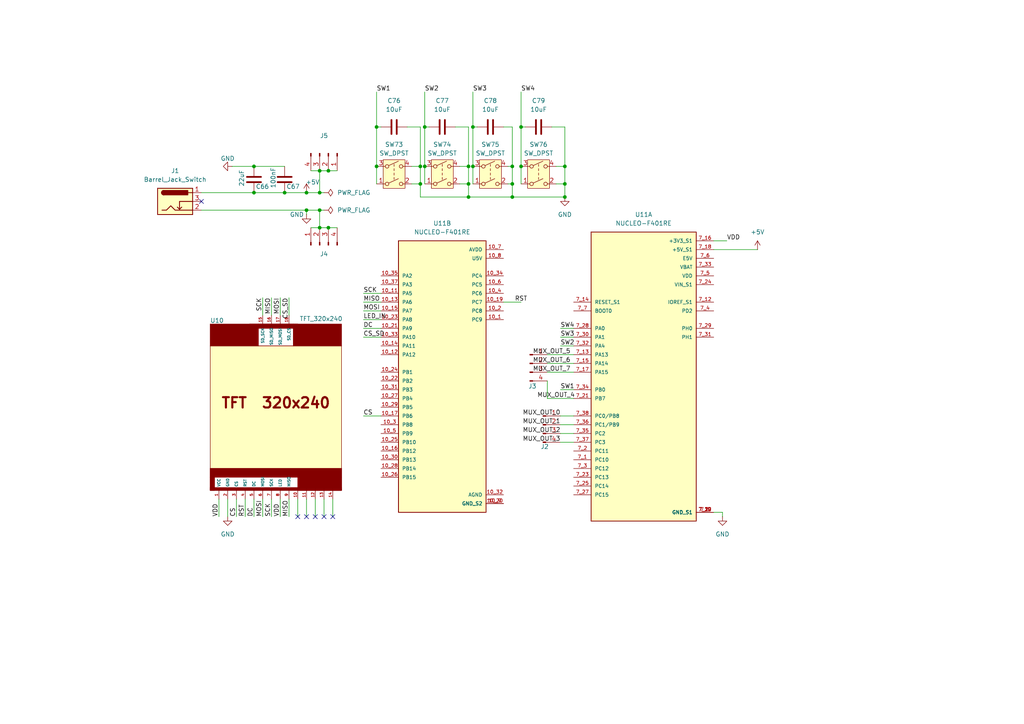
<source format=kicad_sch>
(kicad_sch (version 20250114) (generator "eeschema") (generator_version "9.0")
  (paper "A4")
  (lib_symbols
    (symbol "Connector:Barrel_Jack_Switch" (pin_names (hide yes))
      (property "Reference" "J" (at 0 5.334 0))
      (property "Value" "Barrel_Jack_Switch" (at 0 -5.08 0))
      (symbol "Barrel_Jack_Switch_0_1"
        (rectangle (start -5.08 3.81) (end 5.08 -3.81) (stroke (width 0.254)) (fill (type background)))
        (polyline (pts (xy -3.81 -2.54) (xy -2.54 -2.54) (xy -1.27 -1.27) (xy 0 -2.54) (xy 2.54 -2.54) (xy 5.08 -2.54)) (stroke (width 0.254)))
        (arc (start -3.302 1.905) (mid -3.9343 2.54) (end -3.302 3.175) (stroke (width 0.254)))
        (arc (start -3.302 1.905) (mid -3.9343 2.54) (end -3.302 3.175) (stroke (width 0.254)) (fill (type outline)))
        (polyline (pts (xy 1.27 -2.286) (xy 1.905 -1.651)) (stroke (width 0.254)))
        (rectangle (start 3.683 3.175) (end -3.302 1.905) (stroke (width 0.254)) (fill (type outline)))
        (polyline (pts (xy 5.08 2.54) (xy 3.81 2.54)) (stroke (width 0.254)))
        (polyline (pts (xy 5.08 0) (xy 1.27 0) (xy 1.27 -2.286) (xy 0.635 -1.651)) (stroke (width 0.254)))
      )
      (symbol "Barrel_Jack_Switch_1_1"
        (pin passive line (at 7.62 2.54 180) (length 2.54) (name "~") (number "1"))
        (pin passive line (at 7.62 0 180) (length 2.54) (name "~") (number "3"))
        (pin passive line (at 7.62 -2.54 180) (length 2.54) (name "~") (number "2"))
      )
    )
    (symbol "Connector:Conn_01x04_Pin" (pin_names (offset 1.016) (hide yes))
      (property "Reference" "J" (at 0 5.08 0))
      (property "Value" "Conn_01x04_Pin" (at 0 -7.62 0))
      (symbol "Conn_01x04_Pin_1_1"
        (rectangle (start 0.8636 2.667) (end 0 2.413) (stroke (width 0.1524)) (fill (type outline)))
        (rectangle (start 0.8636 0.127) (end 0 -0.127) (stroke (width 0.1524)) (fill (type outline)))
        (rectangle (start 0.8636 -2.413) (end 0 -2.667) (stroke (width 0.1524)) (fill (type outline)))
        (rectangle (start 0.8636 -4.953) (end 0 -5.207) (stroke (width 0.1524)) (fill (type outline)))
        (polyline (pts (xy 1.27 2.54) (xy 0.8636 2.54)) (stroke (width 0.1524)))
        (polyline (pts (xy 1.27 0) (xy 0.8636 0)) (stroke (width 0.1524)))
        (polyline (pts (xy 1.27 -2.54) (xy 0.8636 -2.54)) (stroke (width 0.1524)))
        (polyline (pts (xy 1.27 -5.08) (xy 0.8636 -5.08)) (stroke (width 0.1524)))
        (pin passive line (at 5.08 2.54 180) (length 3.81) (name "Pin_1") (number "1"))
        (pin passive line (at 5.08 0 180) (length 3.81) (name "Pin_2") (number "2"))
        (pin passive line (at 5.08 -2.54 180) (length 3.81) (name "Pin_3") (number "3"))
        (pin passive line (at 5.08 -5.08 180) (length 3.81) (name "Pin_4") (number "4"))
      )
    )
    (symbol "Device:C" (pin_numbers (hide yes)) (pin_names (offset 0.254))
      (property "Reference" "C" (at 0.635 2.54 0))
      (property "Value" "C" (at 0.635 -2.54 0))
      (symbol "C_0_1"
        (polyline (pts (xy -2.032 0.762) (xy 2.032 0.762)) (stroke (width 0.508)))
        (polyline (pts (xy -2.032 -0.762) (xy 2.032 -0.762)) (stroke (width 0.508)))
      )
      (symbol "C_1_1"
        (pin passive line (at 0 3.81 270) (length 2.794) (name "~") (number "1"))
        (pin passive line (at 0 -3.81 90) (length 2.794) (name "~") (number "2"))
      )
    )
    (symbol "NUCLEO-F401RE:NUCLEO-F401RE" (pin_names (offset 1.016))
      (property "Reference" "U" (at -15.24 41.91 0))
      (property "Value" "NUCLEO-F401RE" (at -15.24 -44.45 0))
      (symbol "NUCLEO-F401RE_1_0"
        (rectangle (start -15.24 -43.18) (end 15.24 40.64) (stroke (width 0.254)) (fill (type background)))
        (pin bidirectional line (at -20.32 20.32 0) (length 5.08) (name "RESET_S1") (number "7_14"))
        (pin bidirectional line (at -20.32 17.78 0) (length 5.08) (name "BOOT0") (number "7_7"))
        (pin bidirectional line (at -20.32 12.7 0) (length 5.08) (name "PA0") (number "7_28"))
        (pin bidirectional line (at -20.32 10.16 0) (length 5.08) (name "PA1") (number "7_30"))
        (pin bidirectional line (at -20.32 7.62 0) (length 5.08) (name "PA4") (number "7_32"))
        (pin bidirectional line (at -20.32 5.08 0) (length 5.08) (name "PA13") (number "7_13"))
        (pin bidirectional line (at -20.32 2.54 0) (length 5.08) (name "PA14") (number "7_15"))
        (pin bidirectional line (at -20.32 0 0) (length 5.08) (name "PA15") (number "7_17"))
        (pin bidirectional line (at -20.32 -5.08 0) (length 5.08) (name "PB0") (number "7_34"))
        (pin bidirectional line (at -20.32 -7.62 0) (length 5.08) (name "PB7") (number "7_21"))
        (pin bidirectional line (at -20.32 -12.7 0) (length 5.08) (name "PC0/PB8") (number "7_38"))
        (pin bidirectional line (at -20.32 -15.24 0) (length 5.08) (name "PC1/PB9") (number "7_36"))
        (pin bidirectional line (at -20.32 -17.78 0) (length 5.08) (name "PC2") (number "7_35"))
        (pin bidirectional line (at -20.32 -20.32 0) (length 5.08) (name "PC3") (number "7_37"))
        (pin bidirectional line (at -20.32 -22.86 0) (length 5.08) (name "PC11") (number "7_2"))
        (pin bidirectional line (at -20.32 -25.4 0) (length 5.08) (name "PC10") (number "7_1"))
        (pin bidirectional line (at -20.32 -27.94 0) (length 5.08) (name "PC12") (number "7_3"))
        (pin bidirectional line (at -20.32 -30.48 0) (length 5.08) (name "PC13") (number "7_23"))
        (pin bidirectional line (at -20.32 -33.02 0) (length 5.08) (name "PC14") (number "7_25"))
        (pin bidirectional line (at -20.32 -35.56 0) (length 5.08) (name "PC15") (number "7_27"))
        (pin power_in line (at 20.32 38.1 180) (length 5.08) (name "+3V3_S1") (number "7_16"))
        (pin power_in line (at 20.32 35.56 180) (length 5.08) (name "+5V_S1") (number "7_18"))
        (pin power_in line (at 20.32 33.02 180) (length 5.08) (name "E5V") (number "7_6"))
        (pin power_in line (at 20.32 30.48 180) (length 5.08) (name "VBAT") (number "7_33"))
        (pin power_in line (at 20.32 27.94 180) (length 5.08) (name "VDD") (number "7_5"))
        (pin power_in line (at 20.32 25.4 180) (length 5.08) (name "VIN_S1") (number "7_24"))
        (pin bidirectional line (at 20.32 20.32 180) (length 5.08) (name "IOREF_S1") (number "7_12"))
        (pin bidirectional line (at 20.32 17.78 180) (length 5.08) (name "PD2") (number "7_4"))
        (pin bidirectional line (at 20.32 12.7 180) (length 5.08) (name "PH0") (number "7_29"))
        (pin bidirectional line (at 20.32 10.16 180) (length 5.08) (name "PH1") (number "7_31"))
        (pin power_in line (at 20.32 -40.64 180) (length 5.08) (name "GND_S1") (number "7_19"))
        (pin power_in line (at 20.32 -40.64 180) (length 5.08) (name "GND_S1") (number "7_20"))
        (pin power_in line (at 20.32 -40.64 180) (length 5.08) (name "GND_S1") (number "7_22"))
        (pin power_in line (at 20.32 -40.64 180) (length 5.08) (name "GND_S1") (number "7_8"))
      )
      (symbol "NUCLEO-F401RE_2_0"
        (rectangle (start -12.7 -40.64) (end 12.7 38.1) (stroke (width 0.254)) (fill (type background)))
        (pin bidirectional line (at -17.78 27.94 0) (length 5.08) (name "PA2") (number "10_35"))
        (pin bidirectional line (at -17.78 25.4 0) (length 5.08) (name "PA3") (number "10_37"))
        (pin bidirectional line (at -17.78 22.86 0) (length 5.08) (name "PA5") (number "10_11"))
        (pin bidirectional line (at -17.78 20.32 0) (length 5.08) (name "PA6") (number "10_13"))
        (pin bidirectional line (at -17.78 17.78 0) (length 5.08) (name "PA7") (number "10_15"))
        (pin bidirectional line (at -17.78 15.24 0) (length 5.08) (name "PA8") (number "10_23"))
        (pin bidirectional line (at -17.78 12.7 0) (length 5.08) (name "PA9") (number "10_21"))
        (pin bidirectional line (at -17.78 10.16 0) (length 5.08) (name "PA10") (number "10_33"))
        (pin bidirectional line (at -17.78 7.62 0) (length 5.08) (name "PA11") (number "10_14"))
        (pin bidirectional line (at -17.78 5.08 0) (length 5.08) (name "PA12") (number "10_12"))
        (pin bidirectional line (at -17.78 0 0) (length 5.08) (name "PB1") (number "10_24"))
        (pin bidirectional line (at -17.78 -2.54 0) (length 5.08) (name "PB2") (number "10_22"))
        (pin bidirectional line (at -17.78 -5.08 0) (length 5.08) (name "PB3") (number "10_31"))
        (pin bidirectional line (at -17.78 -7.62 0) (length 5.08) (name "PB4") (number "10_27"))
        (pin bidirectional line (at -17.78 -10.16 0) (length 5.08) (name "PB5") (number "10_29"))
        (pin bidirectional line (at -17.78 -12.7 0) (length 5.08) (name "PB6") (number "10_17"))
        (pin bidirectional line (at -17.78 -15.24 0) (length 5.08) (name "PB8") (number "10_3"))
        (pin bidirectional line (at -17.78 -17.78 0) (length 5.08) (name "PB9") (number "10_5"))
        (pin bidirectional line (at -17.78 -20.32 0) (length 5.08) (name "PB10") (number "10_25"))
        (pin bidirectional line (at -17.78 -22.86 0) (length 5.08) (name "PB12") (number "10_16"))
        (pin bidirectional line (at -17.78 -25.4 0) (length 5.08) (name "PB13") (number "10_30"))
        (pin bidirectional line (at -17.78 -27.94 0) (length 5.08) (name "PB14") (number "10_28"))
        (pin bidirectional line (at -17.78 -30.48 0) (length 5.08) (name "PB15") (number "10_26"))
        (pin power_in line (at 17.78 35.56 180) (length 5.08) (name "AVDD") (number "10_7"))
        (pin power_in line (at 17.78 33.02 180) (length 5.08) (name "U5V") (number "10_8"))
        (pin bidirectional line (at 17.78 27.94 180) (length 5.08) (name "PC4") (number "10_34"))
        (pin bidirectional line (at 17.78 25.4 180) (length 5.08) (name "PC5") (number "10_6"))
        (pin bidirectional line (at 17.78 22.86 180) (length 5.08) (name "PC6") (number "10_4"))
        (pin bidirectional line (at 17.78 20.32 180) (length 5.08) (name "PC7") (number "10_19"))
        (pin bidirectional line (at 17.78 17.78 180) (length 5.08) (name "PC8") (number "10_2"))
        (pin bidirectional line (at 17.78 15.24 180) (length 5.08) (name "PC9") (number "10_1"))
        (pin power_in line (at 17.78 -35.56 180) (length 5.08) (name "AGND") (number "10_32"))
        (pin power_in line (at 17.78 -38.1 180) (length 5.08) (name "GND_S2") (number "10_20"))
        (pin power_in line (at 17.78 -38.1 180) (length 5.08) (name "GND_S2") (number "10_9"))
      )
      (symbol "NUCLEO-F401RE_3_0"
        (rectangle (start -10.16 -12.7) (end 10.16 10.16) (stroke (width 0.254)) (fill (type background)))
        (pin bidirectional line (at -15.24 -2.54 0) (length 5.08) (name "RESET") (number "6_3"))
        (pin bidirectional line (at -15.24 -5.08 0) (length 5.08) (name "IOREF") (number "6_2"))
        (pin power_in line (at 15.24 7.62 180) (length 5.08) (name "VIN") (number "6_8"))
        (pin power_in line (at 15.24 5.08 180) (length 5.08) (name "+5V") (number "6_5"))
        (pin power_in line (at 15.24 2.54 180) (length 5.08) (name "+3V3") (number "6_4"))
        (pin power_in line (at 15.24 -10.16 180) (length 5.08) (name "GND") (number "6_6"))
        (pin power_in line (at 15.24 -10.16 180) (length 5.08) (name "GND") (number "6_7"))
      )
      (symbol "NUCLEO-F401RE_4_0"
        (rectangle (start -5.08 -12.7) (end 5.08 12.7) (stroke (width 0.254)) (fill (type background)))
        (pin input line (at -10.16 10.16 0) (length 5.08) (name "D0") (number "9_1"))
        (pin output line (at -10.16 7.62 0) (length 5.08) (name "D1") (number "9_2"))
        (pin bidirectional line (at -10.16 2.54 0) (length 5.08) (name "D2") (number "9_3"))
        (pin bidirectional line (at -10.16 0 0) (length 5.08) (name "D3") (number "9_4"))
        (pin bidirectional line (at -10.16 -2.54 0) (length 5.08) (name "D4") (number "9_5"))
        (pin bidirectional line (at -10.16 -5.08 0) (length 5.08) (name "D5") (number "9_6"))
        (pin bidirectional line (at -10.16 -7.62 0) (length 5.08) (name "D6") (number "9_7"))
        (pin bidirectional line (at -10.16 -10.16 0) (length 5.08) (name "D7") (number "9_8"))
      )
      (symbol "NUCLEO-F401RE_5_0"
        (rectangle (start -5.08 -10.16) (end 5.08 7.62) (stroke (width 0.254)) (fill (type background)))
        (pin input line (at -10.16 5.08 0) (length 5.08) (name "A0") (number "8_1"))
        (pin input line (at -10.16 2.54 0) (length 5.08) (name "A1") (number "8_2"))
        (pin input line (at -10.16 0 0) (length 5.08) (name "A2") (number "8_3"))
        (pin input line (at -10.16 -2.54 0) (length 5.08) (name "A3") (number "8_4"))
        (pin input line (at -10.16 -5.08 0) (length 5.08) (name "A4") (number "8_5"))
        (pin input line (at -10.16 -7.62 0) (length 5.08) (name "A5") (number "8_6"))
      )
      (symbol "NUCLEO-F401RE_6_0"
        (rectangle (start -10.16 -17.78) (end 10.16 15.24) (stroke (width 0.254)) (fill (type background)))
        (pin bidirectional line (at -15.24 7.62 0) (length 5.08) (name "D8") (number "5_1"))
        (pin bidirectional line (at -15.24 5.08 0) (length 5.08) (name "D9") (number "5_2"))
        (pin bidirectional line (at -15.24 2.54 0) (length 5.08) (name "D10") (number "5_3"))
        (pin bidirectional line (at -15.24 0 0) (length 5.08) (name "D11") (number "5_4"))
        (pin bidirectional line (at -15.24 -2.54 0) (length 5.08) (name "D12") (number "5_5"))
        (pin bidirectional clock (at -15.24 -5.08 0) (length 5.08) (name "D13") (number "5_6"))
        (pin bidirectional line (at -15.24 -7.62 0) (length 5.08) (name "D14") (number "5_9"))
        (pin bidirectional clock (at -15.24 -10.16 0) (length 5.08) (name "D15") (number "5_10"))
        (pin power_in line (at 15.24 12.7 180) (length 5.08) (name "AREF") (number "5_8"))
        (pin power_in line (at 15.24 -15.24 180) (length 5.08) (name "GND_S6") (number "5_7"))
      )
    )
    (symbol "Switch:SW_DPST" (pin_names (offset 0) (hide yes))
      (property "Reference" "SW" (at 0 6.35 0))
      (property "Value" "SW_DPST" (at 0 -5.08 0))
      (symbol "SW_DPST_0_0"
        (circle (center -2.032 2.54) (radius 0.508))
        (circle (center -2.032 -2.54) (radius 0.508))
        (polyline (pts (xy -1.524 2.794) (xy 1.27 4.064)))
        (polyline (pts (xy -1.524 -2.286) (xy 1.27 -1.016)))
        (polyline (pts (xy 0 2.54) (xy 0 3.175)))
        (polyline (pts (xy 0 1.27) (xy 0 1.905)))
        (polyline (pts (xy 0 0) (xy 0 0.635)))
        (polyline (pts (xy 0 -1.27) (xy 0 -0.635)))
        (circle (center 2.032 2.54) (radius 0.508))
        (circle (center 2.032 -2.54) (radius 0.508))
      )
      (symbol "SW_DPST_1_1"
        (rectangle (start -3.175 4.445) (end 3.175 -3.81) (fill (type background)))
        (pin passive line (at -5.08 2.54 0) (length 2.54) (name "3") (number "3"))
        (pin passive line (at -5.08 -2.54 0) (length 2.54) (name "1") (number "1"))
        (pin passive line (at 5.08 2.54 180) (length 2.54) (name "4") (number "4"))
        (pin passive line (at 5.08 -2.54 180) (length 2.54) (name "2") (number "2"))
      )
    )
    (symbol "power:+5V" (power) (pin_numbers (hide yes)) (pin_names (offset 0) (hide yes))
      (property "Value" "+5V" (at 0 3.556 0))
      (symbol "+5V_0_1"
        (polyline (pts (xy -0.762 1.27) (xy 0 2.54)))
        (polyline (pts (xy 0 2.54) (xy 0.762 1.27)))
        (polyline (pts (xy 0 0) (xy 0 2.54)))
      )
      (symbol "+5V_1_1"
        (pin power_in line (at 0 0 90) (length 0) (name "~") (number "1"))
      )
    )
    (symbol "power:GND" (power) (pin_numbers (hide yes)) (pin_names (offset 0) (hide yes))
      (property "Value" "GND" (at 0 -3.81 0))
      (symbol "GND_0_1"
        (polyline (pts (xy 0 0) (xy 0 -1.27) (xy 1.27 -1.27) (xy 0 -2.54) (xy -1.27 -1.27) (xy 0 -1.27)))
      )
      (symbol "GND_1_1"
        (pin power_in line (at 0 0 270) (length 0) (name "~") (number "1"))
      )
    )
    (symbol "power:PWR_FLAG" (power) (pin_numbers (hide yes)) (pin_names (offset 0) (hide yes))
      (property "Value" "PWR_FLAG" (at 0 3.81 0))
      (symbol "PWR_FLAG_0_0"
        (pin power_out line (at 0 0 90) (length 0) (name "~") (number "1"))
      )
      (symbol "PWR_FLAG_0_1"
        (polyline (pts (xy 0 0) (xy 0 1.27) (xy -1.016 1.905) (xy 0 2.54) (xy 1.016 1.905) (xy 0 1.27)))
      )
    )
    (symbol "tft_320x240:TFT_320x240" (pin_names (offset 1.016))
      (property "Reference" "U10" (at -19.05 49.276 0))
      (property "Value" "TFT_320x240" (at 6.858 49.784 0))
      (symbol "TFT_320x240_0_0"
        (text "TFT  320x240" (at 0 25.4 0) (effects (font (size 2.9972 2.9972) (bold yes))))
      )
      (symbol "TFT_320x240_0_1"
        (rectangle (start -19.05 48.26) (end -5.08 41.91) (fill (type outline)))
        (rectangle (start -19.05 41.91) (end 19.05 6.35) (fill (type background)))
        (rectangle (start -19.05 6.35) (end 19.05 3.81) (fill (type outline)))
        (rectangle (start -19.05 0) (end 19.05 6.35))
        (rectangle (start -19.05 0) (end 19.05 0.8382) (fill (type outline)))
        (rectangle (start -17.78 0) (end -19.05 3.81) (fill (type outline)))
        (rectangle (start -7.62 48.26) (end 6.35 46.99) (fill (type outline)))
        (rectangle (start -5.08 48.26) (end 5.08 41.91))
        (rectangle (start 5.08 48.26) (end 19.05 41.91) (fill (type outline)))
        (rectangle (start 19.05 0) (end 6.35 3.81) (fill (type outline)))
      )
      (symbol "TFT_320x240_1_1"
        (pin power_in line (at -16.51 -2.54 90) (length 2.54) (name "VCC") (number "1"))
        (pin power_in line (at -13.97 -2.54 90) (length 2.54) (name "GND") (number "2"))
        (pin bidirectional line (at -11.43 -2.54 90) (length 2.54) (name "CS") (number "3"))
        (pin bidirectional line (at -8.89 -2.54 90) (length 2.54) (name "RST") (number "4"))
        (pin bidirectional line (at -6.35 -2.54 90) (length 2.54) (name "DC") (number "5"))
        (pin bidirectional line (at -3.81 50.8 270) (length 2.54) (name "SD_SCK") (number "15"))
        (pin bidirectional line (at -3.81 -2.54 90) (length 2.54) (name "MOSI") (number "6"))
        (pin bidirectional line (at -1.27 50.8 270) (length 2.54) (name "SD_MISO") (number "16"))
        (pin bidirectional line (at -1.27 -2.54 90) (length 2.54) (name "SCK") (number "7"))
        (pin bidirectional line (at 1.27 50.8 270) (length 2.54) (name "SD_MOSI") (number "17"))
        (pin power_in line (at 1.27 -2.54 90) (length 2.54) (name "LED") (number "8"))
        (pin bidirectional line (at 3.81 50.8 270) (length 2.54) (name "SD_CS") (number "18"))
        (pin bidirectional line (at 3.81 -2.54 90) (length 2.54) (name "MISO") (number "9"))
        (pin bidirectional line (at 6.35 -2.54 90) (length 2.54) (name "~") (number "10"))
        (pin bidirectional line (at 8.89 -2.54 90) (length 2.54) (name "~") (number "11"))
        (pin bidirectional line (at 11.43 -2.54 90) (length 2.54) (name "~") (number "12"))
        (pin bidirectional line (at 13.97 -2.54 90) (length 2.54) (name "~") (number "13"))
        (pin bidirectional line (at 16.51 -2.54 90) (length 2.54) (name "~") (number "14"))
      )
    )
  )
  (junction (at 163.83 57.15))
  (junction (at 163.83 48.26))
  (junction (at 121.92 53.34))
  (junction (at 92.71 60.96))
  (junction (at 92.71 49.53))
  (junction (at 135.89 48.26))
  (junction (at 82.55 55.88))
  (junction (at 123.19 48.26))
  (junction (at 163.83 53.34))
  (junction (at 95.25 66.04))
  (junction (at 135.89 53.34))
  (junction (at 109.22 36.83))
  (junction (at 88.9 60.96))
  (junction (at 95.25 49.53))
  (junction (at 135.89 57.15))
  (junction (at 73.66 55.88))
  (junction (at 148.59 48.26))
  (junction (at 121.92 48.26))
  (junction (at 92.71 55.88))
  (junction (at 151.13 48.26))
  (junction (at 88.9 55.88))
  (junction (at 92.71 66.04))
  (junction (at 137.16 48.26))
  (junction (at 109.22 48.26))
  (junction (at 148.59 57.15))
  (junction (at 123.19 36.83))
  (junction (at 148.59 53.34))
  (junction (at 137.16 36.83))
  (junction (at 73.66 48.26))
  (junction (at 151.13 36.83))
  (no_connect (at 91.44 149.86))
  (no_connect (at 86.36 149.86))
  (no_connect (at 58.42 58.42))
  (no_connect (at 93.98 149.86))
  (no_connect (at 88.9 149.86))
  (no_connect (at 96.52 149.86))
  (wire (pts (xy 161.29 48.26) (xy 163.83 48.26)))
  (wire (pts (xy 81.28 144.78) (xy 81.28 149.86)))
  (wire (pts (xy 151.13 48.26) (xy 151.13 53.34)))
  (wire (pts (xy 124.46 36.83) (xy 123.19 36.83)))
  (wire (pts (xy 148.59 57.15) (xy 163.83 57.15)))
  (wire (pts (xy 92.71 66.04) (xy 95.25 66.04)))
  (wire (pts (xy 162.56 120.65) (xy 166.37 120.65)))
  (wire (pts (xy 119.38 48.26) (xy 121.92 48.26)))
  (wire (pts (xy 88.9 55.88) (xy 92.71 55.88)))
  (wire (pts (xy 76.2 144.78) (xy 76.2 149.86)))
  (wire (pts (xy 132.08 36.83) (xy 135.89 36.83)))
  (wire (pts (xy 151.13 26.67) (xy 151.13 36.83)))
  (wire (pts (xy 109.22 26.67) (xy 109.22 36.83)))
  (wire (pts (xy 105.41 97.79) (xy 110.49 97.79)))
  (wire (pts (xy 148.59 53.34) (xy 148.59 57.15)))
  (wire (pts (xy 209.55 148.59) (xy 209.55 149.86)))
  (wire (pts (xy 105.41 87.63) (xy 110.49 87.63)))
  (wire (pts (xy 105.41 95.25) (xy 110.49 95.25)))
  (wire (pts (xy 162.56 113.03) (xy 166.37 113.03)))
  (wire (pts (xy 105.41 120.65) (xy 110.49 120.65)))
  (wire (pts (xy 92.71 49.53) (xy 95.25 49.53)))
  (wire (pts (xy 148.59 48.26) (xy 148.59 53.34)))
  (wire (pts (xy 162.56 128.27) (xy 166.37 128.27)))
  (wire (pts (xy 138.43 36.83) (xy 137.16 36.83)))
  (wire (pts (xy 135.89 48.26) (xy 135.89 53.34)))
  (wire (pts (xy 95.25 49.53) (xy 97.79 49.53)))
  (wire (pts (xy 151.13 36.83) (xy 152.4 36.83)))
  (wire (pts (xy 135.89 36.83) (xy 135.89 48.26)))
  (wire (pts (xy 135.89 53.34) (xy 135.89 57.15)))
  (wire (pts (xy 207.01 69.85) (xy 210.82 69.85)))
  (wire (pts (xy 162.56 97.79) (xy 166.37 97.79)))
  (wire (pts (xy 123.19 36.83) (xy 123.19 48.26)))
  (wire (pts (xy 81.28 86.36) (xy 81.28 91.44)))
  (wire (pts (xy 58.42 55.88) (xy 73.66 55.88)))
  (wire (pts (xy 93.98 144.78) (xy 93.98 149.86)))
  (wire (pts (xy 83.82 144.78) (xy 83.82 149.86)))
  (wire (pts (xy 118.11 36.83) (xy 121.92 36.83)))
  (wire (pts (xy 92.71 49.53) (xy 92.71 55.88)))
  (wire (pts (xy 63.5 144.78) (xy 63.5 149.86)))
  (wire (pts (xy 162.56 125.73) (xy 166.37 125.73)))
  (wire (pts (xy 147.32 48.26) (xy 148.59 48.26)))
  (wire (pts (xy 68.58 144.78) (xy 68.58 149.86)))
  (wire (pts (xy 91.44 144.78) (xy 91.44 149.86)))
  (wire (pts (xy 158.75 115.57) (xy 166.37 115.57)))
  (wire (pts (xy 207.01 148.59) (xy 209.55 148.59)))
  (wire (pts (xy 137.16 48.26) (xy 137.16 53.34)))
  (wire (pts (xy 148.59 36.83) (xy 148.59 48.26)))
  (wire (pts (xy 135.89 57.15) (xy 148.59 57.15)))
  (wire (pts (xy 123.19 48.26) (xy 123.19 53.34)))
  (wire (pts (xy 147.32 53.34) (xy 148.59 53.34)))
  (wire (pts (xy 66.04 144.78) (xy 66.04 149.86)))
  (wire (pts (xy 119.38 53.34) (xy 121.92 53.34)))
  (wire (pts (xy 76.2 86.36) (xy 76.2 91.44)))
  (wire (pts (xy 109.22 48.26) (xy 109.22 53.34)))
  (wire (pts (xy 92.71 55.88) (xy 93.98 55.88)))
  (wire (pts (xy 121.92 57.15) (xy 135.89 57.15)))
  (wire (pts (xy 88.9 60.96) (xy 88.9 62.23)))
  (wire (pts (xy 162.56 95.25) (xy 166.37 95.25)))
  (wire (pts (xy 78.74 144.78) (xy 78.74 149.86)))
  (wire (pts (xy 86.36 144.78) (xy 86.36 149.86)))
  (wire (pts (xy 58.42 60.96) (xy 88.9 60.96)))
  (wire (pts (xy 146.05 36.83) (xy 148.59 36.83)))
  (wire (pts (xy 88.9 60.96) (xy 92.71 60.96)))
  (wire (pts (xy 90.17 49.53) (xy 92.71 49.53)))
  (wire (pts (xy 92.71 60.96) (xy 92.71 66.04)))
  (wire (pts (xy 123.19 26.67) (xy 123.19 36.83)))
  (wire (pts (xy 162.56 100.33) (xy 166.37 100.33)))
  (wire (pts (xy 73.66 144.78) (xy 73.66 149.86)))
  (wire (pts (xy 90.17 66.04) (xy 92.71 66.04)))
  (wire (pts (xy 207.01 72.39) (xy 219.71 72.39)))
  (wire (pts (xy 137.16 26.67) (xy 137.16 36.83)))
  (wire (pts (xy 105.41 92.71) (xy 110.49 92.71)))
  (wire (pts (xy 105.41 85.09) (xy 110.49 85.09)))
  (wire (pts (xy 78.74 86.36) (xy 78.74 91.44)))
  (wire (pts (xy 67.31 48.26) (xy 73.66 48.26)))
  (wire (pts (xy 110.49 36.83) (xy 109.22 36.83)))
  (wire (pts (xy 163.83 48.26) (xy 163.83 36.83)))
  (wire (pts (xy 71.12 144.78) (xy 71.12 149.86)))
  (wire (pts (xy 95.25 66.04) (xy 97.79 66.04)))
  (wire (pts (xy 88.9 144.78) (xy 88.9 149.86)))
  (wire (pts (xy 73.66 55.88) (xy 82.55 55.88)))
  (wire (pts (xy 151.13 48.26) (xy 151.13 36.83)))
  (wire (pts (xy 137.16 36.83) (xy 137.16 48.26)))
  (wire (pts (xy 158.75 115.57) (xy 158.75 110.49)))
  (wire (pts (xy 121.92 48.26) (xy 121.92 36.83)))
  (wire (pts (xy 163.83 36.83) (xy 160.02 36.83)))
  (wire (pts (xy 133.35 48.26) (xy 135.89 48.26)))
  (wire (pts (xy 83.82 86.36) (xy 83.82 91.44)))
  (wire (pts (xy 73.66 48.26) (xy 82.55 48.26)))
  (wire (pts (xy 96.52 144.78) (xy 96.52 149.86)))
  (wire (pts (xy 158.75 105.41) (xy 166.37 105.41)))
  (wire (pts (xy 121.92 53.34) (xy 121.92 57.15)))
  (wire (pts (xy 121.92 48.26) (xy 121.92 53.34)))
  (wire (pts (xy 105.41 90.17) (xy 110.49 90.17)))
  (wire (pts (xy 109.22 36.83) (xy 109.22 48.26)))
  (wire (pts (xy 158.75 107.95) (xy 166.37 107.95)))
  (wire (pts (xy 133.35 53.34) (xy 135.89 53.34)))
  (wire (pts (xy 162.56 123.19) (xy 166.37 123.19)))
  (wire (pts (xy 92.71 60.96) (xy 93.98 60.96)))
  (wire (pts (xy 163.83 48.26) (xy 163.83 53.34)))
  (wire (pts (xy 161.29 53.34) (xy 163.83 53.34)))
  (wire (pts (xy 158.75 102.87) (xy 166.37 102.87)))
  (wire (pts (xy 163.83 53.34) (xy 163.83 57.15)))
  (wire (pts (xy 146.05 87.63) (xy 151.13 87.63)))
  (wire (pts (xy 82.55 55.88) (xy 88.9 55.88)))
  (label "DC" (at 73.66 149.86 90))
  (label "VDD" (at 81.28 149.86 90))
  (label "MUX_OUT_3" (at 162.56 128.27 180))
  (label "MISO" (at 105.41 87.63 0))
  (label "SW2" (at 123.19 26.67 0))
  (label "MISO" (at 78.74 86.36 270))
  (label "RST" (at 71.12 149.86 90))
  (label "MOSI" (at 81.28 86.36 270))
  (label "CS" (at 105.41 120.65 0))
  (label "RST" (at 151.13 87.63 0))
  (label "MOSI" (at 105.41 90.17 0))
  (label "MUX_OUT_0" (at 162.56 120.65 180))
  (label "SW1" (at 162.56 113.03 0))
  (label "CS" (at 68.58 149.86 90))
  (label "DC" (at 105.41 95.25 0))
  (label "SCK" (at 105.41 85.09 0))
  (label "MISO" (at 83.82 149.86 90))
  (label "MUX_OUT_7" (at 160.02 107.95 0))
  (label "MUX_OUT_1" (at 162.56 123.19 180))
  (label "MUX_OUT_4" (at 161.29 115.57 0))
  (label "LED_IN" (at 105.41 92.71 0))
  (label "SW3" (at 137.16 26.67 0))
  (label "MUX_OUT_6" (at 160.02 105.41 0))
  (label "SCK" (at 78.74 149.86 90))
  (label "MOSI" (at 76.2 149.86 90))
  (label "CS_SD" (at 105.41 97.79 0))
  (label "SW2" (at 162.56 100.33 0))
  (label "SW1" (at 109.22 26.67 0))
  (label "MUX_OUT_2" (at 162.56 125.73 180))
  (label "SCK" (at 76.2 86.36 270))
  (label "VDD" (at 63.5 149.86 90))
  (label "CS_SD" (at 83.82 86.36 270))
  (label "MUX_OUT_5" (at 160.02 102.87 0))
  (label "VDD" (at 210.82 69.85 0))
  (label "SW4" (at 162.56 95.25 0))
  (label "SW4" (at 151.13 26.67 0))
  (label "SW3" (at 162.56 97.79 0))
  (symbol (lib_id "power:+5V") (at 88.9 55.88 0) (unit 1)
    (property "Reference" "#PWR0195" (effects (hide yes)))
    (property "Value" "+5V" (at 90.678 52.832 0))
    (property "Description" "Power symbol creates a global label with name \"+5V\"" (effects (hide yes)))
  )
  (symbol (lib_id "Connector:Barrel_Jack_Switch") (at 50.8 58.42 0) (unit 1)
    (property "Reference" "J1" (at 50.8 49.53 0))
    (property "Value" "Barrel_Jack_Switch" (at 50.8 52.07 0))
    (property "Footprint" "Connector_BarrelJack:BarrelJack_Horizontal" (effects (hide yes)))
    (property "Description" "DC Barrel Jack with an internal switch" (effects (hide yes)))
  )
  (symbol (lib_id "power:GND") (at 88.9 62.23 0) (unit 1)
    (property "Reference" "#PWR0196" (effects (hide yes)))
    (property "Value" "GND" (at 86.106 62.23 0))
    (property "Description" "Power symbol creates a global label with name \"GND\" , ground" (effects (hide yes)))
  )
  (symbol (lib_id "Device:C") (at 114.3 36.83 90) (unit 1)
    (property "Reference" "C76" (at 114.3 29.21 90))
    (property "Value" "10uF" (at 114.3 31.75 90))
    (property "Footprint" "Capacitor_SMD:C_0805_2012Metric_Pad1.18x1.45mm_HandSolder" (effects (hide yes)))
    (property "Description" "Unpolarized capacitor" (effects (hide yes)))
  )
  (symbol (lib_id "power:GND") (at 209.55 149.86 0) (unit 1)
    (property "Reference" "#PWR0245" (effects (hide yes)))
    (property "Value" "GND" (at 209.55 154.94 0))
    (property "Description" "Power symbol creates a global label with name \"GND\" , ground" (effects (hide yes)))
  )
  (symbol (lib_id "Connector:Conn_01x04_Pin") (at 92.71 71.12 90) (unit 1)
    (property "Reference" "J4" (at 93.98 73.66 90))
    (property "Value" "Conn_01x04_Pin" (effects (hide yes)))
    (property "Footprint" "Connector_PinHeader_2.54mm:PinHeader_1x04_P2.54mm_Horizontal" (effects (hide yes)))
    (property "Description" "Generic connector, single row, 01x04, script generated" (effects (hide yes)))
  )
  (symbol (lib_id "Switch:SW_DPST") (at 114.3 50.8 0) (unit 1)
    (property "Reference" "SW73" (at 114.3 41.91 0))
    (property "Value" "SW_DPST" (at 114.3 44.45 0))
    (property "Footprint" "TS02-66-60-BK-100-LCR-D:SW_TS02-66-60-BK-100-LCR-D" (effects (hide yes)))
    (property "Description" "Double Pole Single Throw (DPST) Switch" (effects (hide yes)))
  )
  (symbol (lib_id "power:GND") (at 66.04 149.86 0) (unit 1)
    (property "Reference" "#PWR0243" (effects (hide yes)))
    (property "Value" "GND" (at 66.04 154.94 0))
    (property "Description" "Power symbol creates a global label with name \"GND\" , ground" (effects (hide yes)))
  )
  (symbol (lib_id "NUCLEO-F401RE:NUCLEO-F401RE") (at 128.27 107.95 0) (unit 2)
    (property "Reference" "U11" (at 128.27 64.77 0))
    (property "Value" "NUCLEO-F401RE" (at 128.27 67.31 0))
    (property "Footprint" "NUCLEO-F401RE:ST_NUCLEO-F401RE" (effects (hide yes)))
    (property "MF" "STMicroelectronics" (effects (hide yes)))
    (property "Description_1" "STM32F401RE, mbed-Enabled Development Nucleo-64 STM32F4 ARM® Cortex®-M4 MCU 32-Bit Embedded Evaluation Board" (effects (hide yes)))
    (property "Package" "None" (effects (hide yes)))
    (property "Price" "None" (effects (hide yes)))
    (property "Check_prices" "https://www.snapeda.com/parts/NUCLEO-F401RE/STMicroelectronics/view-part/?ref=eda" (effects (hide yes)))
    (property "STANDARD" "Manufacturer Recommendations" (effects (hide yes)))
    (property "PARTREV" "13" (effects (hide yes)))
    (property "SnapEDA_Link" "https://www.snapeda.com/parts/NUCLEO-F401RE/STMicroelectronics/view-part/?ref=snap" (effects (hide yes)))
    (property "MP" "NUCLEO-F401RE" (effects (hide yes)))
    (property "Availability" "In Stock" (effects (hide yes)))
    (property "MANUFACTURER" "STMicroelectronics" (effects (hide yes)))
  )
  (symbol (lib_id "power:GND") (at 67.31 48.26 270) (unit 1)
    (property "Reference" "#PWR0193" (effects (hide yes)))
    (property "Value" "GND" (at 68.072 45.974 90) (effects (justify right)))
    (property "Description" "Power symbol creates a global label with name \"GND\" , ground" (effects (hide yes)))
  )
  (symbol (lib_id "Switch:SW_DPST") (at 142.24 50.8 0) (unit 1)
    (property "Reference" "SW75" (at 142.24 41.91 0))
    (property "Value" "SW_DPST" (at 142.24 44.45 0))
    (property "Footprint" "TS02-66-60-BK-100-LCR-D:SW_TS02-66-60-BK-100-LCR-D" (effects (hide yes)))
    (property "Description" "Double Pole Single Throw (DPST) Switch" (effects (hide yes)))
  )
  (symbol (lib_id "Device:C") (at 73.66 52.07 0) (unit 1)
    (property "Reference" "C66" (at 74.168 54.102 0) (effects (justify left)))
    (property "Value" "22uF" (at 70.104 54.102 90) (effects (justify left)))
    (property "Footprint" "Capacitor_THT:CP_Radial_D4.0mm_P2.00mm" (effects (hide yes)))
    (property "Description" "Unpolarized capacitor" (effects (hide yes)))
  )
  (symbol (lib_id "Connector:Conn_01x04_Pin") (at 153.67 105.41 0) (unit 1)
    (property "Reference" "J3" (at 154.432 112.014 0))
    (property "Value" "Conn_01x04_Pin" (effects (hide yes)))
    (property "Footprint" "Connector_PinHeader_2.54mm:PinHeader_1x04_P2.54mm_Vertical" (effects (hide yes)))
    (property "Description" "Generic connector, single row, 01x04, script generated" (effects (hide yes)))
  )
  (symbol (lib_id "Switch:SW_DPST") (at 156.21 50.8 0) (unit 1)
    (property "Reference" "SW76" (at 156.21 41.91 0))
    (property "Value" "SW_DPST" (at 156.21 44.45 0))
    (property "Footprint" "TS02-66-60-BK-100-LCR-D:SW_TS02-66-60-BK-100-LCR-D" (effects (hide yes)))
    (property "Description" "Double Pole Single Throw (DPST) Switch" (effects (hide yes)))
  )
  (symbol (lib_id "power:GND") (at 163.83 57.15 0) (unit 1)
    (property "Reference" "#PWR0242" (effects (hide yes)))
    (property "Value" "GND" (at 163.83 62.23 0))
    (property "Description" "Power symbol creates a global label with name \"GND\" , ground" (effects (hide yes)))
  )
  (symbol (lib_id "Device:C") (at 156.21 36.83 90) (unit 1)
    (property "Reference" "C79" (at 156.21 29.21 90))
    (property "Value" "10uF" (at 156.21 31.75 90))
    (property "Footprint" "Capacitor_SMD:C_0805_2012Metric_Pad1.18x1.45mm_HandSolder" (effects (hide yes)))
    (property "Description" "Unpolarized capacitor" (effects (hide yes)))
  )
  (symbol (lib_id "Switch:SW_DPST") (at 128.27 50.8 0) (unit 1)
    (property "Reference" "SW74" (at 128.27 41.91 0))
    (property "Value" "SW_DPST" (at 128.27 44.45 0))
    (property "Footprint" "TS02-66-60-BK-100-LCR-D:SW_TS02-66-60-BK-100-LCR-D" (effects (hide yes)))
    (property "Description" "Double Pole Single Throw (DPST) Switch" (effects (hide yes)))
  )
  (symbol (lib_id "Device:C") (at 128.27 36.83 90) (unit 1)
    (property "Reference" "C77" (at 128.27 29.21 90))
    (property "Value" "10uF" (at 128.27 31.75 90))
    (property "Footprint" "Capacitor_SMD:C_0805_2012Metric_Pad1.18x1.45mm_HandSolder" (effects (hide yes)))
    (property "Description" "Unpolarized capacitor" (effects (hide yes)))
  )
  (symbol (lib_id "Device:C") (at 82.55 52.07 0) (unit 1)
    (property "Reference" "C67" (at 83.058 54.102 0) (effects (justify left)))
    (property "Value" "100nF" (at 79.248 54.61 90) (effects (justify left)))
    (property "Footprint" "Capacitor_THT:CP_Radial_D4.0mm_P2.00mm" (effects (hide yes)))
    (property "Description" "Unpolarized capacitor" (effects (hide yes)))
  )
  (symbol (lib_id "Connector:Conn_01x04_Pin") (at 157.48 123.19 0) (unit 1)
    (property "Reference" "J2" (at 157.988 129.54 0))
    (property "Value" "Conn_01x04_Pin" (effects (hide yes)))
    (property "Footprint" "Connector_PinHeader_2.54mm:PinHeader_1x04_P2.54mm_Vertical" (effects (hide yes)))
    (property "Description" "Generic connector, single row, 01x04, script generated" (effects (hide yes)))
  )
  (symbol (lib_id "NUCLEO-F401RE:NUCLEO-F401RE") (at 186.69 107.95 0) (unit 1)
    (property "Reference" "U11" (at 186.69 62.23 0))
    (property "Value" "NUCLEO-F401RE" (at 186.69 64.77 0))
    (property "Footprint" "NUCLEO-F401RE:ST_NUCLEO-F401RE" (effects (hide yes)))
    (property "MF" "STMicroelectronics" (effects (hide yes)))
    (property "Description_1" "STM32F401RE, mbed-Enabled Development Nucleo-64 STM32F4 ARM® Cortex®-M4 MCU 32-Bit Embedded Evaluation Board" (effects (hide yes)))
    (property "Package" "None" (effects (hide yes)))
    (property "Price" "None" (effects (hide yes)))
    (property "Check_prices" "https://www.snapeda.com/parts/NUCLEO-F401RE/STMicroelectronics/view-part/?ref=eda" (effects (hide yes)))
    (property "STANDARD" "Manufacturer Recommendations" (effects (hide yes)))
    (property "PARTREV" "13" (effects (hide yes)))
    (property "SnapEDA_Link" "https://www.snapeda.com/parts/NUCLEO-F401RE/STMicroelectronics/view-part/?ref=snap" (effects (hide yes)))
    (property "MP" "NUCLEO-F401RE" (effects (hide yes)))
    (property "Availability" "In Stock" (effects (hide yes)))
    (property "MANUFACTURER" "STMicroelectronics" (effects (hide yes)))
  )
  (symbol (lib_id "Connector:Conn_01x04_Pin") (at 95.25 44.45 270) (unit 1)
    (property "Reference" "J5" (at 93.98 39.37 90))
    (property "Value" "Conn_01x04_Pin" (effects (hide yes)))
    (property "Footprint" "Connector_PinHeader_2.54mm:PinHeader_1x04_P2.54mm_Horizontal" (effects (hide yes)))
    (property "Description" "Generic connector, single row, 01x04, script generated" (effects (hide yes)))
  )
  (symbol (lib_id "power:PWR_FLAG") (at 93.98 55.88 270) (unit 1)
    (property "Reference" "#FLG01" (effects (hide yes)))
    (property "Value" "PWR_FLAG" (at 97.79 55.8799 90) (effects (justify left)))
    (property "Description" "Special symbol for telling ERC where power comes from" (effects (hide yes)))
  )
  (symbol (lib_id "power:PWR_FLAG") (at 93.98 60.96 270) (unit 1)
    (property "Reference" "#FLG02" (effects (hide yes)))
    (property "Value" "PWR_FLAG" (at 97.79 60.9599 90) (effects (justify left)))
    (property "Description" "Special symbol for telling ERC where power comes from" (effects (hide yes)))
  )
  (symbol (lib_id "Device:C") (at 142.24 36.83 90) (unit 1)
    (property "Reference" "C78" (at 142.24 29.21 90))
    (property "Value" "10uF" (at 142.24 31.75 90))
    (property "Footprint" "Capacitor_SMD:C_0805_2012Metric_Pad1.18x1.45mm_HandSolder" (effects (hide yes)))
    (property "Description" "Unpolarized capacitor" (effects (hide yes)))
  )
  (symbol (lib_id "tft_320x240:TFT_320x240") (at 80.01 142.24 0) (unit 1)
    (property "Reference" "U10" (at 60.96 92.964 0) (effects (justify left)))
    (property "Value" "TFT_320x240" (at 86.868 92.456 0) (effects (justify left)))
    (property "Footprint" "TFT_screen:TFT-320x240" (effects (hide yes)))
  )
  (symbol (lib_id "power:+5V") (at 219.71 72.39 0) (unit 1)
    (property "Reference" "#PWR0241" (effects (hide yes)))
    (property "Value" "+5V" (at 219.71 67.31 0))
    (property "Description" "Power symbol creates a global label with name \"+5V\"" (effects (hide yes)))
  )
)
</source>
